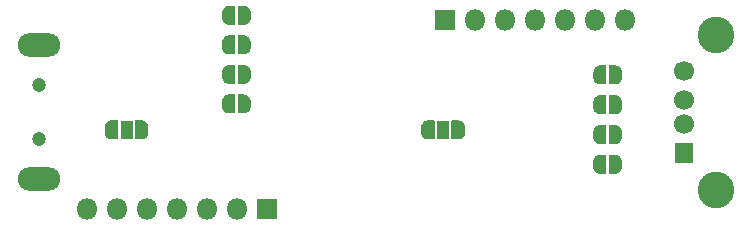
<source format=gbr>
G04 #@! TF.GenerationSoftware,KiCad,Pcbnew,5.1.6-c6e7f7d~87~ubuntu18.04.1*
G04 #@! TF.CreationDate,2021-03-10T21:37:55+06:00*
G04 #@! TF.ProjectId,USG_plus_QFN,5553475f-706c-4757-935f-51464e2e6b69,rev?*
G04 #@! TF.SameCoordinates,Original*
G04 #@! TF.FileFunction,Soldermask,Bot*
G04 #@! TF.FilePolarity,Negative*
%FSLAX46Y46*%
G04 Gerber Fmt 4.6, Leading zero omitted, Abs format (unit mm)*
G04 Created by KiCad (PCBNEW 5.1.6-c6e7f7d~87~ubuntu18.04.1) date 2021-03-10 21:37:55*
%MOMM*%
%LPD*%
G01*
G04 APERTURE LIST*
%ADD10O,3.600000X2.000000*%
%ADD11C,1.200000*%
%ADD12O,1.800000X1.800000*%
%ADD13R,1.800000X1.800000*%
%ADD14C,3.100000*%
%ADD15R,1.600000X1.700000*%
%ADD16C,1.700000*%
%ADD17C,0.100000*%
%ADD18R,1.100000X1.600000*%
G04 APERTURE END LIST*
D10*
X103100000Y-145700000D03*
X103100000Y-134300000D03*
D11*
X103100000Y-142300000D03*
X103100000Y-137700000D03*
D12*
X107160000Y-148200000D03*
X109700000Y-148200000D03*
X112240000Y-148200000D03*
X114780000Y-148200000D03*
X117320000Y-148200000D03*
X119860000Y-148200000D03*
D13*
X122400000Y-148200000D03*
X137500000Y-132200000D03*
D12*
X140040000Y-132200000D03*
X142580000Y-132200000D03*
X145120000Y-132200000D03*
X147660000Y-132200000D03*
X150200000Y-132200000D03*
X152740000Y-132200000D03*
D14*
X160410000Y-146570000D03*
X160410000Y-133430000D03*
D15*
X157700000Y-143500000D03*
D16*
X157700000Y-141000000D03*
X157700000Y-139000000D03*
X157700000Y-136500000D03*
D17*
G36*
X111806111Y-140700602D02*
G01*
X111824534Y-140700602D01*
X111829435Y-140700843D01*
X111878266Y-140705653D01*
X111883119Y-140706373D01*
X111931244Y-140715945D01*
X111936005Y-140717137D01*
X111982960Y-140731381D01*
X111987579Y-140733034D01*
X112032912Y-140751811D01*
X112037349Y-140753909D01*
X112080622Y-140777040D01*
X112084829Y-140779562D01*
X112125628Y-140806822D01*
X112129570Y-140809746D01*
X112167499Y-140840874D01*
X112171134Y-140844169D01*
X112205831Y-140878866D01*
X112209126Y-140882501D01*
X112240254Y-140920430D01*
X112243178Y-140924372D01*
X112270438Y-140965171D01*
X112272960Y-140969378D01*
X112296091Y-141012651D01*
X112298189Y-141017088D01*
X112316966Y-141062421D01*
X112318619Y-141067040D01*
X112332863Y-141113995D01*
X112334055Y-141118756D01*
X112343627Y-141166881D01*
X112344347Y-141171734D01*
X112349157Y-141220565D01*
X112349398Y-141225466D01*
X112349398Y-141243889D01*
X112350000Y-141250000D01*
X112350000Y-141750000D01*
X112349398Y-141756111D01*
X112349398Y-141774534D01*
X112349157Y-141779435D01*
X112344347Y-141828266D01*
X112343627Y-141833119D01*
X112334055Y-141881244D01*
X112332863Y-141886005D01*
X112318619Y-141932960D01*
X112316966Y-141937579D01*
X112298189Y-141982912D01*
X112296091Y-141987349D01*
X112272960Y-142030622D01*
X112270438Y-142034829D01*
X112243178Y-142075628D01*
X112240254Y-142079570D01*
X112209126Y-142117499D01*
X112205831Y-142121134D01*
X112171134Y-142155831D01*
X112167499Y-142159126D01*
X112129570Y-142190254D01*
X112125628Y-142193178D01*
X112084829Y-142220438D01*
X112080622Y-142222960D01*
X112037349Y-142246091D01*
X112032912Y-142248189D01*
X111987579Y-142266966D01*
X111982960Y-142268619D01*
X111936005Y-142282863D01*
X111931244Y-142284055D01*
X111883119Y-142293627D01*
X111878266Y-142294347D01*
X111829435Y-142299157D01*
X111824534Y-142299398D01*
X111806111Y-142299398D01*
X111800000Y-142300000D01*
X111250000Y-142300000D01*
X111240245Y-142299039D01*
X111230866Y-142296194D01*
X111222221Y-142291573D01*
X111214645Y-142285355D01*
X111208427Y-142277779D01*
X111203806Y-142269134D01*
X111200961Y-142259755D01*
X111200000Y-142250000D01*
X111200000Y-140750000D01*
X111200961Y-140740245D01*
X111203806Y-140730866D01*
X111208427Y-140722221D01*
X111214645Y-140714645D01*
X111222221Y-140708427D01*
X111230866Y-140703806D01*
X111240245Y-140700961D01*
X111250000Y-140700000D01*
X111800000Y-140700000D01*
X111806111Y-140700602D01*
G37*
D18*
X110500000Y-141500000D03*
D17*
G36*
X109759755Y-140700961D02*
G01*
X109769134Y-140703806D01*
X109777779Y-140708427D01*
X109785355Y-140714645D01*
X109791573Y-140722221D01*
X109796194Y-140730866D01*
X109799039Y-140740245D01*
X109800000Y-140750000D01*
X109800000Y-142250000D01*
X109799039Y-142259755D01*
X109796194Y-142269134D01*
X109791573Y-142277779D01*
X109785355Y-142285355D01*
X109777779Y-142291573D01*
X109769134Y-142296194D01*
X109759755Y-142299039D01*
X109750000Y-142300000D01*
X109200000Y-142300000D01*
X109193889Y-142299398D01*
X109175466Y-142299398D01*
X109170565Y-142299157D01*
X109121734Y-142294347D01*
X109116881Y-142293627D01*
X109068756Y-142284055D01*
X109063995Y-142282863D01*
X109017040Y-142268619D01*
X109012421Y-142266966D01*
X108967088Y-142248189D01*
X108962651Y-142246091D01*
X108919378Y-142222960D01*
X108915171Y-142220438D01*
X108874372Y-142193178D01*
X108870430Y-142190254D01*
X108832501Y-142159126D01*
X108828866Y-142155831D01*
X108794169Y-142121134D01*
X108790874Y-142117499D01*
X108759746Y-142079570D01*
X108756822Y-142075628D01*
X108729562Y-142034829D01*
X108727040Y-142030622D01*
X108703909Y-141987349D01*
X108701811Y-141982912D01*
X108683034Y-141937579D01*
X108681381Y-141932960D01*
X108667137Y-141886005D01*
X108665945Y-141881244D01*
X108656373Y-141833119D01*
X108655653Y-141828266D01*
X108650843Y-141779435D01*
X108650602Y-141774534D01*
X108650602Y-141756111D01*
X108650000Y-141750000D01*
X108650000Y-141250000D01*
X108650602Y-141243889D01*
X108650602Y-141225466D01*
X108650843Y-141220565D01*
X108655653Y-141171734D01*
X108656373Y-141166881D01*
X108665945Y-141118756D01*
X108667137Y-141113995D01*
X108681381Y-141067040D01*
X108683034Y-141062421D01*
X108701811Y-141017088D01*
X108703909Y-141012651D01*
X108727040Y-140969378D01*
X108729562Y-140965171D01*
X108756822Y-140924372D01*
X108759746Y-140920430D01*
X108790874Y-140882501D01*
X108794169Y-140878866D01*
X108828866Y-140844169D01*
X108832501Y-140840874D01*
X108870430Y-140809746D01*
X108874372Y-140806822D01*
X108915171Y-140779562D01*
X108919378Y-140777040D01*
X108962651Y-140753909D01*
X108967088Y-140751811D01*
X109012421Y-140733034D01*
X109017040Y-140731381D01*
X109063995Y-140717137D01*
X109068756Y-140715945D01*
X109116881Y-140706373D01*
X109121734Y-140705653D01*
X109170565Y-140700843D01*
X109175466Y-140700602D01*
X109193889Y-140700602D01*
X109200000Y-140700000D01*
X109750000Y-140700000D01*
X109759755Y-140700961D01*
G37*
G36*
X119659755Y-131000961D02*
G01*
X119669134Y-131003806D01*
X119677779Y-131008427D01*
X119685355Y-131014645D01*
X119691573Y-131022221D01*
X119696194Y-131030866D01*
X119699039Y-131040245D01*
X119700000Y-131050000D01*
X119700000Y-132550000D01*
X119699039Y-132559755D01*
X119696194Y-132569134D01*
X119691573Y-132577779D01*
X119685355Y-132585355D01*
X119677779Y-132591573D01*
X119669134Y-132596194D01*
X119659755Y-132599039D01*
X119650000Y-132600000D01*
X119150000Y-132600000D01*
X119143889Y-132599398D01*
X119125466Y-132599398D01*
X119120565Y-132599157D01*
X119071734Y-132594347D01*
X119066881Y-132593627D01*
X119018756Y-132584055D01*
X119013995Y-132582863D01*
X118967040Y-132568619D01*
X118962421Y-132566966D01*
X118917088Y-132548189D01*
X118912651Y-132546091D01*
X118869378Y-132522960D01*
X118865171Y-132520438D01*
X118824372Y-132493178D01*
X118820430Y-132490254D01*
X118782501Y-132459126D01*
X118778866Y-132455831D01*
X118744169Y-132421134D01*
X118740874Y-132417499D01*
X118709746Y-132379570D01*
X118706822Y-132375628D01*
X118679562Y-132334829D01*
X118677040Y-132330622D01*
X118653909Y-132287349D01*
X118651811Y-132282912D01*
X118633034Y-132237579D01*
X118631381Y-132232960D01*
X118617137Y-132186005D01*
X118615945Y-132181244D01*
X118606373Y-132133119D01*
X118605653Y-132128266D01*
X118600843Y-132079435D01*
X118600602Y-132074534D01*
X118600602Y-132056111D01*
X118600000Y-132050000D01*
X118600000Y-131550000D01*
X118600602Y-131543889D01*
X118600602Y-131525466D01*
X118600843Y-131520565D01*
X118605653Y-131471734D01*
X118606373Y-131466881D01*
X118615945Y-131418756D01*
X118617137Y-131413995D01*
X118631381Y-131367040D01*
X118633034Y-131362421D01*
X118651811Y-131317088D01*
X118653909Y-131312651D01*
X118677040Y-131269378D01*
X118679562Y-131265171D01*
X118706822Y-131224372D01*
X118709746Y-131220430D01*
X118740874Y-131182501D01*
X118744169Y-131178866D01*
X118778866Y-131144169D01*
X118782501Y-131140874D01*
X118820430Y-131109746D01*
X118824372Y-131106822D01*
X118865171Y-131079562D01*
X118869378Y-131077040D01*
X118912651Y-131053909D01*
X118917088Y-131051811D01*
X118962421Y-131033034D01*
X118967040Y-131031381D01*
X119013995Y-131017137D01*
X119018756Y-131015945D01*
X119066881Y-131006373D01*
X119071734Y-131005653D01*
X119120565Y-131000843D01*
X119125466Y-131000602D01*
X119143889Y-131000602D01*
X119150000Y-131000000D01*
X119650000Y-131000000D01*
X119659755Y-131000961D01*
G37*
G36*
X120456111Y-131000602D02*
G01*
X120474534Y-131000602D01*
X120479435Y-131000843D01*
X120528266Y-131005653D01*
X120533119Y-131006373D01*
X120581244Y-131015945D01*
X120586005Y-131017137D01*
X120632960Y-131031381D01*
X120637579Y-131033034D01*
X120682912Y-131051811D01*
X120687349Y-131053909D01*
X120730622Y-131077040D01*
X120734829Y-131079562D01*
X120775628Y-131106822D01*
X120779570Y-131109746D01*
X120817499Y-131140874D01*
X120821134Y-131144169D01*
X120855831Y-131178866D01*
X120859126Y-131182501D01*
X120890254Y-131220430D01*
X120893178Y-131224372D01*
X120920438Y-131265171D01*
X120922960Y-131269378D01*
X120946091Y-131312651D01*
X120948189Y-131317088D01*
X120966966Y-131362421D01*
X120968619Y-131367040D01*
X120982863Y-131413995D01*
X120984055Y-131418756D01*
X120993627Y-131466881D01*
X120994347Y-131471734D01*
X120999157Y-131520565D01*
X120999398Y-131525466D01*
X120999398Y-131543889D01*
X121000000Y-131550000D01*
X121000000Y-132050000D01*
X120999398Y-132056111D01*
X120999398Y-132074534D01*
X120999157Y-132079435D01*
X120994347Y-132128266D01*
X120993627Y-132133119D01*
X120984055Y-132181244D01*
X120982863Y-132186005D01*
X120968619Y-132232960D01*
X120966966Y-132237579D01*
X120948189Y-132282912D01*
X120946091Y-132287349D01*
X120922960Y-132330622D01*
X120920438Y-132334829D01*
X120893178Y-132375628D01*
X120890254Y-132379570D01*
X120859126Y-132417499D01*
X120855831Y-132421134D01*
X120821134Y-132455831D01*
X120817499Y-132459126D01*
X120779570Y-132490254D01*
X120775628Y-132493178D01*
X120734829Y-132520438D01*
X120730622Y-132522960D01*
X120687349Y-132546091D01*
X120682912Y-132548189D01*
X120637579Y-132566966D01*
X120632960Y-132568619D01*
X120586005Y-132582863D01*
X120581244Y-132584055D01*
X120533119Y-132593627D01*
X120528266Y-132594347D01*
X120479435Y-132599157D01*
X120474534Y-132599398D01*
X120456111Y-132599398D01*
X120450000Y-132600000D01*
X119950000Y-132600000D01*
X119940245Y-132599039D01*
X119930866Y-132596194D01*
X119922221Y-132591573D01*
X119914645Y-132585355D01*
X119908427Y-132577779D01*
X119903806Y-132569134D01*
X119900961Y-132559755D01*
X119900000Y-132550000D01*
X119900000Y-131050000D01*
X119900961Y-131040245D01*
X119903806Y-131030866D01*
X119908427Y-131022221D01*
X119914645Y-131014645D01*
X119922221Y-131008427D01*
X119930866Y-131003806D01*
X119940245Y-131000961D01*
X119950000Y-131000000D01*
X120450000Y-131000000D01*
X120456111Y-131000602D01*
G37*
G36*
X120456111Y-133500602D02*
G01*
X120474534Y-133500602D01*
X120479435Y-133500843D01*
X120528266Y-133505653D01*
X120533119Y-133506373D01*
X120581244Y-133515945D01*
X120586005Y-133517137D01*
X120632960Y-133531381D01*
X120637579Y-133533034D01*
X120682912Y-133551811D01*
X120687349Y-133553909D01*
X120730622Y-133577040D01*
X120734829Y-133579562D01*
X120775628Y-133606822D01*
X120779570Y-133609746D01*
X120817499Y-133640874D01*
X120821134Y-133644169D01*
X120855831Y-133678866D01*
X120859126Y-133682501D01*
X120890254Y-133720430D01*
X120893178Y-133724372D01*
X120920438Y-133765171D01*
X120922960Y-133769378D01*
X120946091Y-133812651D01*
X120948189Y-133817088D01*
X120966966Y-133862421D01*
X120968619Y-133867040D01*
X120982863Y-133913995D01*
X120984055Y-133918756D01*
X120993627Y-133966881D01*
X120994347Y-133971734D01*
X120999157Y-134020565D01*
X120999398Y-134025466D01*
X120999398Y-134043889D01*
X121000000Y-134050000D01*
X121000000Y-134550000D01*
X120999398Y-134556111D01*
X120999398Y-134574534D01*
X120999157Y-134579435D01*
X120994347Y-134628266D01*
X120993627Y-134633119D01*
X120984055Y-134681244D01*
X120982863Y-134686005D01*
X120968619Y-134732960D01*
X120966966Y-134737579D01*
X120948189Y-134782912D01*
X120946091Y-134787349D01*
X120922960Y-134830622D01*
X120920438Y-134834829D01*
X120893178Y-134875628D01*
X120890254Y-134879570D01*
X120859126Y-134917499D01*
X120855831Y-134921134D01*
X120821134Y-134955831D01*
X120817499Y-134959126D01*
X120779570Y-134990254D01*
X120775628Y-134993178D01*
X120734829Y-135020438D01*
X120730622Y-135022960D01*
X120687349Y-135046091D01*
X120682912Y-135048189D01*
X120637579Y-135066966D01*
X120632960Y-135068619D01*
X120586005Y-135082863D01*
X120581244Y-135084055D01*
X120533119Y-135093627D01*
X120528266Y-135094347D01*
X120479435Y-135099157D01*
X120474534Y-135099398D01*
X120456111Y-135099398D01*
X120450000Y-135100000D01*
X119950000Y-135100000D01*
X119940245Y-135099039D01*
X119930866Y-135096194D01*
X119922221Y-135091573D01*
X119914645Y-135085355D01*
X119908427Y-135077779D01*
X119903806Y-135069134D01*
X119900961Y-135059755D01*
X119900000Y-135050000D01*
X119900000Y-133550000D01*
X119900961Y-133540245D01*
X119903806Y-133530866D01*
X119908427Y-133522221D01*
X119914645Y-133514645D01*
X119922221Y-133508427D01*
X119930866Y-133503806D01*
X119940245Y-133500961D01*
X119950000Y-133500000D01*
X120450000Y-133500000D01*
X120456111Y-133500602D01*
G37*
G36*
X119659755Y-133500961D02*
G01*
X119669134Y-133503806D01*
X119677779Y-133508427D01*
X119685355Y-133514645D01*
X119691573Y-133522221D01*
X119696194Y-133530866D01*
X119699039Y-133540245D01*
X119700000Y-133550000D01*
X119700000Y-135050000D01*
X119699039Y-135059755D01*
X119696194Y-135069134D01*
X119691573Y-135077779D01*
X119685355Y-135085355D01*
X119677779Y-135091573D01*
X119669134Y-135096194D01*
X119659755Y-135099039D01*
X119650000Y-135100000D01*
X119150000Y-135100000D01*
X119143889Y-135099398D01*
X119125466Y-135099398D01*
X119120565Y-135099157D01*
X119071734Y-135094347D01*
X119066881Y-135093627D01*
X119018756Y-135084055D01*
X119013995Y-135082863D01*
X118967040Y-135068619D01*
X118962421Y-135066966D01*
X118917088Y-135048189D01*
X118912651Y-135046091D01*
X118869378Y-135022960D01*
X118865171Y-135020438D01*
X118824372Y-134993178D01*
X118820430Y-134990254D01*
X118782501Y-134959126D01*
X118778866Y-134955831D01*
X118744169Y-134921134D01*
X118740874Y-134917499D01*
X118709746Y-134879570D01*
X118706822Y-134875628D01*
X118679562Y-134834829D01*
X118677040Y-134830622D01*
X118653909Y-134787349D01*
X118651811Y-134782912D01*
X118633034Y-134737579D01*
X118631381Y-134732960D01*
X118617137Y-134686005D01*
X118615945Y-134681244D01*
X118606373Y-134633119D01*
X118605653Y-134628266D01*
X118600843Y-134579435D01*
X118600602Y-134574534D01*
X118600602Y-134556111D01*
X118600000Y-134550000D01*
X118600000Y-134050000D01*
X118600602Y-134043889D01*
X118600602Y-134025466D01*
X118600843Y-134020565D01*
X118605653Y-133971734D01*
X118606373Y-133966881D01*
X118615945Y-133918756D01*
X118617137Y-133913995D01*
X118631381Y-133867040D01*
X118633034Y-133862421D01*
X118651811Y-133817088D01*
X118653909Y-133812651D01*
X118677040Y-133769378D01*
X118679562Y-133765171D01*
X118706822Y-133724372D01*
X118709746Y-133720430D01*
X118740874Y-133682501D01*
X118744169Y-133678866D01*
X118778866Y-133644169D01*
X118782501Y-133640874D01*
X118820430Y-133609746D01*
X118824372Y-133606822D01*
X118865171Y-133579562D01*
X118869378Y-133577040D01*
X118912651Y-133553909D01*
X118917088Y-133551811D01*
X118962421Y-133533034D01*
X118967040Y-133531381D01*
X119013995Y-133517137D01*
X119018756Y-133515945D01*
X119066881Y-133506373D01*
X119071734Y-133505653D01*
X119120565Y-133500843D01*
X119125466Y-133500602D01*
X119143889Y-133500602D01*
X119150000Y-133500000D01*
X119650000Y-133500000D01*
X119659755Y-133500961D01*
G37*
G36*
X120456111Y-136000602D02*
G01*
X120474534Y-136000602D01*
X120479435Y-136000843D01*
X120528266Y-136005653D01*
X120533119Y-136006373D01*
X120581244Y-136015945D01*
X120586005Y-136017137D01*
X120632960Y-136031381D01*
X120637579Y-136033034D01*
X120682912Y-136051811D01*
X120687349Y-136053909D01*
X120730622Y-136077040D01*
X120734829Y-136079562D01*
X120775628Y-136106822D01*
X120779570Y-136109746D01*
X120817499Y-136140874D01*
X120821134Y-136144169D01*
X120855831Y-136178866D01*
X120859126Y-136182501D01*
X120890254Y-136220430D01*
X120893178Y-136224372D01*
X120920438Y-136265171D01*
X120922960Y-136269378D01*
X120946091Y-136312651D01*
X120948189Y-136317088D01*
X120966966Y-136362421D01*
X120968619Y-136367040D01*
X120982863Y-136413995D01*
X120984055Y-136418756D01*
X120993627Y-136466881D01*
X120994347Y-136471734D01*
X120999157Y-136520565D01*
X120999398Y-136525466D01*
X120999398Y-136543889D01*
X121000000Y-136550000D01*
X121000000Y-137050000D01*
X120999398Y-137056111D01*
X120999398Y-137074534D01*
X120999157Y-137079435D01*
X120994347Y-137128266D01*
X120993627Y-137133119D01*
X120984055Y-137181244D01*
X120982863Y-137186005D01*
X120968619Y-137232960D01*
X120966966Y-137237579D01*
X120948189Y-137282912D01*
X120946091Y-137287349D01*
X120922960Y-137330622D01*
X120920438Y-137334829D01*
X120893178Y-137375628D01*
X120890254Y-137379570D01*
X120859126Y-137417499D01*
X120855831Y-137421134D01*
X120821134Y-137455831D01*
X120817499Y-137459126D01*
X120779570Y-137490254D01*
X120775628Y-137493178D01*
X120734829Y-137520438D01*
X120730622Y-137522960D01*
X120687349Y-137546091D01*
X120682912Y-137548189D01*
X120637579Y-137566966D01*
X120632960Y-137568619D01*
X120586005Y-137582863D01*
X120581244Y-137584055D01*
X120533119Y-137593627D01*
X120528266Y-137594347D01*
X120479435Y-137599157D01*
X120474534Y-137599398D01*
X120456111Y-137599398D01*
X120450000Y-137600000D01*
X119950000Y-137600000D01*
X119940245Y-137599039D01*
X119930866Y-137596194D01*
X119922221Y-137591573D01*
X119914645Y-137585355D01*
X119908427Y-137577779D01*
X119903806Y-137569134D01*
X119900961Y-137559755D01*
X119900000Y-137550000D01*
X119900000Y-136050000D01*
X119900961Y-136040245D01*
X119903806Y-136030866D01*
X119908427Y-136022221D01*
X119914645Y-136014645D01*
X119922221Y-136008427D01*
X119930866Y-136003806D01*
X119940245Y-136000961D01*
X119950000Y-136000000D01*
X120450000Y-136000000D01*
X120456111Y-136000602D01*
G37*
G36*
X119659755Y-136000961D02*
G01*
X119669134Y-136003806D01*
X119677779Y-136008427D01*
X119685355Y-136014645D01*
X119691573Y-136022221D01*
X119696194Y-136030866D01*
X119699039Y-136040245D01*
X119700000Y-136050000D01*
X119700000Y-137550000D01*
X119699039Y-137559755D01*
X119696194Y-137569134D01*
X119691573Y-137577779D01*
X119685355Y-137585355D01*
X119677779Y-137591573D01*
X119669134Y-137596194D01*
X119659755Y-137599039D01*
X119650000Y-137600000D01*
X119150000Y-137600000D01*
X119143889Y-137599398D01*
X119125466Y-137599398D01*
X119120565Y-137599157D01*
X119071734Y-137594347D01*
X119066881Y-137593627D01*
X119018756Y-137584055D01*
X119013995Y-137582863D01*
X118967040Y-137568619D01*
X118962421Y-137566966D01*
X118917088Y-137548189D01*
X118912651Y-137546091D01*
X118869378Y-137522960D01*
X118865171Y-137520438D01*
X118824372Y-137493178D01*
X118820430Y-137490254D01*
X118782501Y-137459126D01*
X118778866Y-137455831D01*
X118744169Y-137421134D01*
X118740874Y-137417499D01*
X118709746Y-137379570D01*
X118706822Y-137375628D01*
X118679562Y-137334829D01*
X118677040Y-137330622D01*
X118653909Y-137287349D01*
X118651811Y-137282912D01*
X118633034Y-137237579D01*
X118631381Y-137232960D01*
X118617137Y-137186005D01*
X118615945Y-137181244D01*
X118606373Y-137133119D01*
X118605653Y-137128266D01*
X118600843Y-137079435D01*
X118600602Y-137074534D01*
X118600602Y-137056111D01*
X118600000Y-137050000D01*
X118600000Y-136550000D01*
X118600602Y-136543889D01*
X118600602Y-136525466D01*
X118600843Y-136520565D01*
X118605653Y-136471734D01*
X118606373Y-136466881D01*
X118615945Y-136418756D01*
X118617137Y-136413995D01*
X118631381Y-136367040D01*
X118633034Y-136362421D01*
X118651811Y-136317088D01*
X118653909Y-136312651D01*
X118677040Y-136269378D01*
X118679562Y-136265171D01*
X118706822Y-136224372D01*
X118709746Y-136220430D01*
X118740874Y-136182501D01*
X118744169Y-136178866D01*
X118778866Y-136144169D01*
X118782501Y-136140874D01*
X118820430Y-136109746D01*
X118824372Y-136106822D01*
X118865171Y-136079562D01*
X118869378Y-136077040D01*
X118912651Y-136053909D01*
X118917088Y-136051811D01*
X118962421Y-136033034D01*
X118967040Y-136031381D01*
X119013995Y-136017137D01*
X119018756Y-136015945D01*
X119066881Y-136006373D01*
X119071734Y-136005653D01*
X119120565Y-136000843D01*
X119125466Y-136000602D01*
X119143889Y-136000602D01*
X119150000Y-136000000D01*
X119650000Y-136000000D01*
X119659755Y-136000961D01*
G37*
G36*
X119659755Y-138500961D02*
G01*
X119669134Y-138503806D01*
X119677779Y-138508427D01*
X119685355Y-138514645D01*
X119691573Y-138522221D01*
X119696194Y-138530866D01*
X119699039Y-138540245D01*
X119700000Y-138550000D01*
X119700000Y-140050000D01*
X119699039Y-140059755D01*
X119696194Y-140069134D01*
X119691573Y-140077779D01*
X119685355Y-140085355D01*
X119677779Y-140091573D01*
X119669134Y-140096194D01*
X119659755Y-140099039D01*
X119650000Y-140100000D01*
X119150000Y-140100000D01*
X119143889Y-140099398D01*
X119125466Y-140099398D01*
X119120565Y-140099157D01*
X119071734Y-140094347D01*
X119066881Y-140093627D01*
X119018756Y-140084055D01*
X119013995Y-140082863D01*
X118967040Y-140068619D01*
X118962421Y-140066966D01*
X118917088Y-140048189D01*
X118912651Y-140046091D01*
X118869378Y-140022960D01*
X118865171Y-140020438D01*
X118824372Y-139993178D01*
X118820430Y-139990254D01*
X118782501Y-139959126D01*
X118778866Y-139955831D01*
X118744169Y-139921134D01*
X118740874Y-139917499D01*
X118709746Y-139879570D01*
X118706822Y-139875628D01*
X118679562Y-139834829D01*
X118677040Y-139830622D01*
X118653909Y-139787349D01*
X118651811Y-139782912D01*
X118633034Y-139737579D01*
X118631381Y-139732960D01*
X118617137Y-139686005D01*
X118615945Y-139681244D01*
X118606373Y-139633119D01*
X118605653Y-139628266D01*
X118600843Y-139579435D01*
X118600602Y-139574534D01*
X118600602Y-139556111D01*
X118600000Y-139550000D01*
X118600000Y-139050000D01*
X118600602Y-139043889D01*
X118600602Y-139025466D01*
X118600843Y-139020565D01*
X118605653Y-138971734D01*
X118606373Y-138966881D01*
X118615945Y-138918756D01*
X118617137Y-138913995D01*
X118631381Y-138867040D01*
X118633034Y-138862421D01*
X118651811Y-138817088D01*
X118653909Y-138812651D01*
X118677040Y-138769378D01*
X118679562Y-138765171D01*
X118706822Y-138724372D01*
X118709746Y-138720430D01*
X118740874Y-138682501D01*
X118744169Y-138678866D01*
X118778866Y-138644169D01*
X118782501Y-138640874D01*
X118820430Y-138609746D01*
X118824372Y-138606822D01*
X118865171Y-138579562D01*
X118869378Y-138577040D01*
X118912651Y-138553909D01*
X118917088Y-138551811D01*
X118962421Y-138533034D01*
X118967040Y-138531381D01*
X119013995Y-138517137D01*
X119018756Y-138515945D01*
X119066881Y-138506373D01*
X119071734Y-138505653D01*
X119120565Y-138500843D01*
X119125466Y-138500602D01*
X119143889Y-138500602D01*
X119150000Y-138500000D01*
X119650000Y-138500000D01*
X119659755Y-138500961D01*
G37*
G36*
X120456111Y-138500602D02*
G01*
X120474534Y-138500602D01*
X120479435Y-138500843D01*
X120528266Y-138505653D01*
X120533119Y-138506373D01*
X120581244Y-138515945D01*
X120586005Y-138517137D01*
X120632960Y-138531381D01*
X120637579Y-138533034D01*
X120682912Y-138551811D01*
X120687349Y-138553909D01*
X120730622Y-138577040D01*
X120734829Y-138579562D01*
X120775628Y-138606822D01*
X120779570Y-138609746D01*
X120817499Y-138640874D01*
X120821134Y-138644169D01*
X120855831Y-138678866D01*
X120859126Y-138682501D01*
X120890254Y-138720430D01*
X120893178Y-138724372D01*
X120920438Y-138765171D01*
X120922960Y-138769378D01*
X120946091Y-138812651D01*
X120948189Y-138817088D01*
X120966966Y-138862421D01*
X120968619Y-138867040D01*
X120982863Y-138913995D01*
X120984055Y-138918756D01*
X120993627Y-138966881D01*
X120994347Y-138971734D01*
X120999157Y-139020565D01*
X120999398Y-139025466D01*
X120999398Y-139043889D01*
X121000000Y-139050000D01*
X121000000Y-139550000D01*
X120999398Y-139556111D01*
X120999398Y-139574534D01*
X120999157Y-139579435D01*
X120994347Y-139628266D01*
X120993627Y-139633119D01*
X120984055Y-139681244D01*
X120982863Y-139686005D01*
X120968619Y-139732960D01*
X120966966Y-139737579D01*
X120948189Y-139782912D01*
X120946091Y-139787349D01*
X120922960Y-139830622D01*
X120920438Y-139834829D01*
X120893178Y-139875628D01*
X120890254Y-139879570D01*
X120859126Y-139917499D01*
X120855831Y-139921134D01*
X120821134Y-139955831D01*
X120817499Y-139959126D01*
X120779570Y-139990254D01*
X120775628Y-139993178D01*
X120734829Y-140020438D01*
X120730622Y-140022960D01*
X120687349Y-140046091D01*
X120682912Y-140048189D01*
X120637579Y-140066966D01*
X120632960Y-140068619D01*
X120586005Y-140082863D01*
X120581244Y-140084055D01*
X120533119Y-140093627D01*
X120528266Y-140094347D01*
X120479435Y-140099157D01*
X120474534Y-140099398D01*
X120456111Y-140099398D01*
X120450000Y-140100000D01*
X119950000Y-140100000D01*
X119940245Y-140099039D01*
X119930866Y-140096194D01*
X119922221Y-140091573D01*
X119914645Y-140085355D01*
X119908427Y-140077779D01*
X119903806Y-140069134D01*
X119900961Y-140059755D01*
X119900000Y-140050000D01*
X119900000Y-138550000D01*
X119900961Y-138540245D01*
X119903806Y-138530866D01*
X119908427Y-138522221D01*
X119914645Y-138514645D01*
X119922221Y-138508427D01*
X119930866Y-138503806D01*
X119940245Y-138500961D01*
X119950000Y-138500000D01*
X120450000Y-138500000D01*
X120456111Y-138500602D01*
G37*
G36*
X138040245Y-142299039D02*
G01*
X138030866Y-142296194D01*
X138022221Y-142291573D01*
X138014645Y-142285355D01*
X138008427Y-142277779D01*
X138003806Y-142269134D01*
X138000961Y-142259755D01*
X138000000Y-142250000D01*
X138000000Y-140750000D01*
X138000961Y-140740245D01*
X138003806Y-140730866D01*
X138008427Y-140722221D01*
X138014645Y-140714645D01*
X138022221Y-140708427D01*
X138030866Y-140703806D01*
X138040245Y-140700961D01*
X138050000Y-140700000D01*
X138600000Y-140700000D01*
X138606111Y-140700602D01*
X138624534Y-140700602D01*
X138629435Y-140700843D01*
X138678266Y-140705653D01*
X138683119Y-140706373D01*
X138731244Y-140715945D01*
X138736005Y-140717137D01*
X138782960Y-140731381D01*
X138787579Y-140733034D01*
X138832912Y-140751811D01*
X138837349Y-140753909D01*
X138880622Y-140777040D01*
X138884829Y-140779562D01*
X138925628Y-140806822D01*
X138929570Y-140809746D01*
X138967499Y-140840874D01*
X138971134Y-140844169D01*
X139005831Y-140878866D01*
X139009126Y-140882501D01*
X139040254Y-140920430D01*
X139043178Y-140924372D01*
X139070438Y-140965171D01*
X139072960Y-140969378D01*
X139096091Y-141012651D01*
X139098189Y-141017088D01*
X139116966Y-141062421D01*
X139118619Y-141067040D01*
X139132863Y-141113995D01*
X139134055Y-141118756D01*
X139143627Y-141166881D01*
X139144347Y-141171734D01*
X139149157Y-141220565D01*
X139149398Y-141225466D01*
X139149398Y-141243889D01*
X139150000Y-141250000D01*
X139150000Y-141750000D01*
X139149398Y-141756111D01*
X139149398Y-141774534D01*
X139149157Y-141779435D01*
X139144347Y-141828266D01*
X139143627Y-141833119D01*
X139134055Y-141881244D01*
X139132863Y-141886005D01*
X139118619Y-141932960D01*
X139116966Y-141937579D01*
X139098189Y-141982912D01*
X139096091Y-141987349D01*
X139072960Y-142030622D01*
X139070438Y-142034829D01*
X139043178Y-142075628D01*
X139040254Y-142079570D01*
X139009126Y-142117499D01*
X139005831Y-142121134D01*
X138971134Y-142155831D01*
X138967499Y-142159126D01*
X138929570Y-142190254D01*
X138925628Y-142193178D01*
X138884829Y-142220438D01*
X138880622Y-142222960D01*
X138837349Y-142246091D01*
X138832912Y-142248189D01*
X138787579Y-142266966D01*
X138782960Y-142268619D01*
X138736005Y-142282863D01*
X138731244Y-142284055D01*
X138683119Y-142293627D01*
X138678266Y-142294347D01*
X138629435Y-142299157D01*
X138624534Y-142299398D01*
X138606111Y-142299398D01*
X138600000Y-142300000D01*
X138050000Y-142300000D01*
X138040245Y-142299039D01*
G37*
D18*
X137300000Y-141500000D03*
D17*
G36*
X135993889Y-142299398D02*
G01*
X135975466Y-142299398D01*
X135970565Y-142299157D01*
X135921734Y-142294347D01*
X135916881Y-142293627D01*
X135868756Y-142284055D01*
X135863995Y-142282863D01*
X135817040Y-142268619D01*
X135812421Y-142266966D01*
X135767088Y-142248189D01*
X135762651Y-142246091D01*
X135719378Y-142222960D01*
X135715171Y-142220438D01*
X135674372Y-142193178D01*
X135670430Y-142190254D01*
X135632501Y-142159126D01*
X135628866Y-142155831D01*
X135594169Y-142121134D01*
X135590874Y-142117499D01*
X135559746Y-142079570D01*
X135556822Y-142075628D01*
X135529562Y-142034829D01*
X135527040Y-142030622D01*
X135503909Y-141987349D01*
X135501811Y-141982912D01*
X135483034Y-141937579D01*
X135481381Y-141932960D01*
X135467137Y-141886005D01*
X135465945Y-141881244D01*
X135456373Y-141833119D01*
X135455653Y-141828266D01*
X135450843Y-141779435D01*
X135450602Y-141774534D01*
X135450602Y-141756111D01*
X135450000Y-141750000D01*
X135450000Y-141250000D01*
X135450602Y-141243889D01*
X135450602Y-141225466D01*
X135450843Y-141220565D01*
X135455653Y-141171734D01*
X135456373Y-141166881D01*
X135465945Y-141118756D01*
X135467137Y-141113995D01*
X135481381Y-141067040D01*
X135483034Y-141062421D01*
X135501811Y-141017088D01*
X135503909Y-141012651D01*
X135527040Y-140969378D01*
X135529562Y-140965171D01*
X135556822Y-140924372D01*
X135559746Y-140920430D01*
X135590874Y-140882501D01*
X135594169Y-140878866D01*
X135628866Y-140844169D01*
X135632501Y-140840874D01*
X135670430Y-140809746D01*
X135674372Y-140806822D01*
X135715171Y-140779562D01*
X135719378Y-140777040D01*
X135762651Y-140753909D01*
X135767088Y-140751811D01*
X135812421Y-140733034D01*
X135817040Y-140731381D01*
X135863995Y-140717137D01*
X135868756Y-140715945D01*
X135916881Y-140706373D01*
X135921734Y-140705653D01*
X135970565Y-140700843D01*
X135975466Y-140700602D01*
X135993889Y-140700602D01*
X136000000Y-140700000D01*
X136550000Y-140700000D01*
X136559755Y-140700961D01*
X136569134Y-140703806D01*
X136577779Y-140708427D01*
X136585355Y-140714645D01*
X136591573Y-140722221D01*
X136596194Y-140730866D01*
X136599039Y-140740245D01*
X136600000Y-140750000D01*
X136600000Y-142250000D01*
X136599039Y-142259755D01*
X136596194Y-142269134D01*
X136591573Y-142277779D01*
X136585355Y-142285355D01*
X136577779Y-142291573D01*
X136569134Y-142296194D01*
X136559755Y-142299039D01*
X136550000Y-142300000D01*
X136000000Y-142300000D01*
X135993889Y-142299398D01*
G37*
G36*
X150573889Y-137639398D02*
G01*
X150555466Y-137639398D01*
X150550565Y-137639157D01*
X150501734Y-137634347D01*
X150496881Y-137633627D01*
X150448756Y-137624055D01*
X150443995Y-137622863D01*
X150397040Y-137608619D01*
X150392421Y-137606966D01*
X150347088Y-137588189D01*
X150342651Y-137586091D01*
X150299378Y-137562960D01*
X150295171Y-137560438D01*
X150254372Y-137533178D01*
X150250430Y-137530254D01*
X150212501Y-137499126D01*
X150208866Y-137495831D01*
X150174169Y-137461134D01*
X150170874Y-137457499D01*
X150139746Y-137419570D01*
X150136822Y-137415628D01*
X150109562Y-137374829D01*
X150107040Y-137370622D01*
X150083909Y-137327349D01*
X150081811Y-137322912D01*
X150063034Y-137277579D01*
X150061381Y-137272960D01*
X150047137Y-137226005D01*
X150045945Y-137221244D01*
X150036373Y-137173119D01*
X150035653Y-137168266D01*
X150030843Y-137119435D01*
X150030602Y-137114534D01*
X150030602Y-137096111D01*
X150030000Y-137090000D01*
X150030000Y-136590000D01*
X150030602Y-136583889D01*
X150030602Y-136565466D01*
X150030843Y-136560565D01*
X150035653Y-136511734D01*
X150036373Y-136506881D01*
X150045945Y-136458756D01*
X150047137Y-136453995D01*
X150061381Y-136407040D01*
X150063034Y-136402421D01*
X150081811Y-136357088D01*
X150083909Y-136352651D01*
X150107040Y-136309378D01*
X150109562Y-136305171D01*
X150136822Y-136264372D01*
X150139746Y-136260430D01*
X150170874Y-136222501D01*
X150174169Y-136218866D01*
X150208866Y-136184169D01*
X150212501Y-136180874D01*
X150250430Y-136149746D01*
X150254372Y-136146822D01*
X150295171Y-136119562D01*
X150299378Y-136117040D01*
X150342651Y-136093909D01*
X150347088Y-136091811D01*
X150392421Y-136073034D01*
X150397040Y-136071381D01*
X150443995Y-136057137D01*
X150448756Y-136055945D01*
X150496881Y-136046373D01*
X150501734Y-136045653D01*
X150550565Y-136040843D01*
X150555466Y-136040602D01*
X150573889Y-136040602D01*
X150580000Y-136040000D01*
X151080000Y-136040000D01*
X151089755Y-136040961D01*
X151099134Y-136043806D01*
X151107779Y-136048427D01*
X151115355Y-136054645D01*
X151121573Y-136062221D01*
X151126194Y-136070866D01*
X151129039Y-136080245D01*
X151130000Y-136090000D01*
X151130000Y-137590000D01*
X151129039Y-137599755D01*
X151126194Y-137609134D01*
X151121573Y-137617779D01*
X151115355Y-137625355D01*
X151107779Y-137631573D01*
X151099134Y-137636194D01*
X151089755Y-137639039D01*
X151080000Y-137640000D01*
X150580000Y-137640000D01*
X150573889Y-137639398D01*
G37*
G36*
X151370245Y-137639039D02*
G01*
X151360866Y-137636194D01*
X151352221Y-137631573D01*
X151344645Y-137625355D01*
X151338427Y-137617779D01*
X151333806Y-137609134D01*
X151330961Y-137599755D01*
X151330000Y-137590000D01*
X151330000Y-136090000D01*
X151330961Y-136080245D01*
X151333806Y-136070866D01*
X151338427Y-136062221D01*
X151344645Y-136054645D01*
X151352221Y-136048427D01*
X151360866Y-136043806D01*
X151370245Y-136040961D01*
X151380000Y-136040000D01*
X151880000Y-136040000D01*
X151886111Y-136040602D01*
X151904534Y-136040602D01*
X151909435Y-136040843D01*
X151958266Y-136045653D01*
X151963119Y-136046373D01*
X152011244Y-136055945D01*
X152016005Y-136057137D01*
X152062960Y-136071381D01*
X152067579Y-136073034D01*
X152112912Y-136091811D01*
X152117349Y-136093909D01*
X152160622Y-136117040D01*
X152164829Y-136119562D01*
X152205628Y-136146822D01*
X152209570Y-136149746D01*
X152247499Y-136180874D01*
X152251134Y-136184169D01*
X152285831Y-136218866D01*
X152289126Y-136222501D01*
X152320254Y-136260430D01*
X152323178Y-136264372D01*
X152350438Y-136305171D01*
X152352960Y-136309378D01*
X152376091Y-136352651D01*
X152378189Y-136357088D01*
X152396966Y-136402421D01*
X152398619Y-136407040D01*
X152412863Y-136453995D01*
X152414055Y-136458756D01*
X152423627Y-136506881D01*
X152424347Y-136511734D01*
X152429157Y-136560565D01*
X152429398Y-136565466D01*
X152429398Y-136583889D01*
X152430000Y-136590000D01*
X152430000Y-137090000D01*
X152429398Y-137096111D01*
X152429398Y-137114534D01*
X152429157Y-137119435D01*
X152424347Y-137168266D01*
X152423627Y-137173119D01*
X152414055Y-137221244D01*
X152412863Y-137226005D01*
X152398619Y-137272960D01*
X152396966Y-137277579D01*
X152378189Y-137322912D01*
X152376091Y-137327349D01*
X152352960Y-137370622D01*
X152350438Y-137374829D01*
X152323178Y-137415628D01*
X152320254Y-137419570D01*
X152289126Y-137457499D01*
X152285831Y-137461134D01*
X152251134Y-137495831D01*
X152247499Y-137499126D01*
X152209570Y-137530254D01*
X152205628Y-137533178D01*
X152164829Y-137560438D01*
X152160622Y-137562960D01*
X152117349Y-137586091D01*
X152112912Y-137588189D01*
X152067579Y-137606966D01*
X152062960Y-137608619D01*
X152016005Y-137622863D01*
X152011244Y-137624055D01*
X151963119Y-137633627D01*
X151958266Y-137634347D01*
X151909435Y-137639157D01*
X151904534Y-137639398D01*
X151886111Y-137639398D01*
X151880000Y-137640000D01*
X151380000Y-137640000D01*
X151370245Y-137639039D01*
G37*
G36*
X151370245Y-140169039D02*
G01*
X151360866Y-140166194D01*
X151352221Y-140161573D01*
X151344645Y-140155355D01*
X151338427Y-140147779D01*
X151333806Y-140139134D01*
X151330961Y-140129755D01*
X151330000Y-140120000D01*
X151330000Y-138620000D01*
X151330961Y-138610245D01*
X151333806Y-138600866D01*
X151338427Y-138592221D01*
X151344645Y-138584645D01*
X151352221Y-138578427D01*
X151360866Y-138573806D01*
X151370245Y-138570961D01*
X151380000Y-138570000D01*
X151880000Y-138570000D01*
X151886111Y-138570602D01*
X151904534Y-138570602D01*
X151909435Y-138570843D01*
X151958266Y-138575653D01*
X151963119Y-138576373D01*
X152011244Y-138585945D01*
X152016005Y-138587137D01*
X152062960Y-138601381D01*
X152067579Y-138603034D01*
X152112912Y-138621811D01*
X152117349Y-138623909D01*
X152160622Y-138647040D01*
X152164829Y-138649562D01*
X152205628Y-138676822D01*
X152209570Y-138679746D01*
X152247499Y-138710874D01*
X152251134Y-138714169D01*
X152285831Y-138748866D01*
X152289126Y-138752501D01*
X152320254Y-138790430D01*
X152323178Y-138794372D01*
X152350438Y-138835171D01*
X152352960Y-138839378D01*
X152376091Y-138882651D01*
X152378189Y-138887088D01*
X152396966Y-138932421D01*
X152398619Y-138937040D01*
X152412863Y-138983995D01*
X152414055Y-138988756D01*
X152423627Y-139036881D01*
X152424347Y-139041734D01*
X152429157Y-139090565D01*
X152429398Y-139095466D01*
X152429398Y-139113889D01*
X152430000Y-139120000D01*
X152430000Y-139620000D01*
X152429398Y-139626111D01*
X152429398Y-139644534D01*
X152429157Y-139649435D01*
X152424347Y-139698266D01*
X152423627Y-139703119D01*
X152414055Y-139751244D01*
X152412863Y-139756005D01*
X152398619Y-139802960D01*
X152396966Y-139807579D01*
X152378189Y-139852912D01*
X152376091Y-139857349D01*
X152352960Y-139900622D01*
X152350438Y-139904829D01*
X152323178Y-139945628D01*
X152320254Y-139949570D01*
X152289126Y-139987499D01*
X152285831Y-139991134D01*
X152251134Y-140025831D01*
X152247499Y-140029126D01*
X152209570Y-140060254D01*
X152205628Y-140063178D01*
X152164829Y-140090438D01*
X152160622Y-140092960D01*
X152117349Y-140116091D01*
X152112912Y-140118189D01*
X152067579Y-140136966D01*
X152062960Y-140138619D01*
X152016005Y-140152863D01*
X152011244Y-140154055D01*
X151963119Y-140163627D01*
X151958266Y-140164347D01*
X151909435Y-140169157D01*
X151904534Y-140169398D01*
X151886111Y-140169398D01*
X151880000Y-140170000D01*
X151380000Y-140170000D01*
X151370245Y-140169039D01*
G37*
G36*
X150573889Y-140169398D02*
G01*
X150555466Y-140169398D01*
X150550565Y-140169157D01*
X150501734Y-140164347D01*
X150496881Y-140163627D01*
X150448756Y-140154055D01*
X150443995Y-140152863D01*
X150397040Y-140138619D01*
X150392421Y-140136966D01*
X150347088Y-140118189D01*
X150342651Y-140116091D01*
X150299378Y-140092960D01*
X150295171Y-140090438D01*
X150254372Y-140063178D01*
X150250430Y-140060254D01*
X150212501Y-140029126D01*
X150208866Y-140025831D01*
X150174169Y-139991134D01*
X150170874Y-139987499D01*
X150139746Y-139949570D01*
X150136822Y-139945628D01*
X150109562Y-139904829D01*
X150107040Y-139900622D01*
X150083909Y-139857349D01*
X150081811Y-139852912D01*
X150063034Y-139807579D01*
X150061381Y-139802960D01*
X150047137Y-139756005D01*
X150045945Y-139751244D01*
X150036373Y-139703119D01*
X150035653Y-139698266D01*
X150030843Y-139649435D01*
X150030602Y-139644534D01*
X150030602Y-139626111D01*
X150030000Y-139620000D01*
X150030000Y-139120000D01*
X150030602Y-139113889D01*
X150030602Y-139095466D01*
X150030843Y-139090565D01*
X150035653Y-139041734D01*
X150036373Y-139036881D01*
X150045945Y-138988756D01*
X150047137Y-138983995D01*
X150061381Y-138937040D01*
X150063034Y-138932421D01*
X150081811Y-138887088D01*
X150083909Y-138882651D01*
X150107040Y-138839378D01*
X150109562Y-138835171D01*
X150136822Y-138794372D01*
X150139746Y-138790430D01*
X150170874Y-138752501D01*
X150174169Y-138748866D01*
X150208866Y-138714169D01*
X150212501Y-138710874D01*
X150250430Y-138679746D01*
X150254372Y-138676822D01*
X150295171Y-138649562D01*
X150299378Y-138647040D01*
X150342651Y-138623909D01*
X150347088Y-138621811D01*
X150392421Y-138603034D01*
X150397040Y-138601381D01*
X150443995Y-138587137D01*
X150448756Y-138585945D01*
X150496881Y-138576373D01*
X150501734Y-138575653D01*
X150550565Y-138570843D01*
X150555466Y-138570602D01*
X150573889Y-138570602D01*
X150580000Y-138570000D01*
X151080000Y-138570000D01*
X151089755Y-138570961D01*
X151099134Y-138573806D01*
X151107779Y-138578427D01*
X151115355Y-138584645D01*
X151121573Y-138592221D01*
X151126194Y-138600866D01*
X151129039Y-138610245D01*
X151130000Y-138620000D01*
X151130000Y-140120000D01*
X151129039Y-140129755D01*
X151126194Y-140139134D01*
X151121573Y-140147779D01*
X151115355Y-140155355D01*
X151107779Y-140161573D01*
X151099134Y-140166194D01*
X151089755Y-140169039D01*
X151080000Y-140170000D01*
X150580000Y-140170000D01*
X150573889Y-140169398D01*
G37*
G36*
X150563889Y-142699398D02*
G01*
X150545466Y-142699398D01*
X150540565Y-142699157D01*
X150491734Y-142694347D01*
X150486881Y-142693627D01*
X150438756Y-142684055D01*
X150433995Y-142682863D01*
X150387040Y-142668619D01*
X150382421Y-142666966D01*
X150337088Y-142648189D01*
X150332651Y-142646091D01*
X150289378Y-142622960D01*
X150285171Y-142620438D01*
X150244372Y-142593178D01*
X150240430Y-142590254D01*
X150202501Y-142559126D01*
X150198866Y-142555831D01*
X150164169Y-142521134D01*
X150160874Y-142517499D01*
X150129746Y-142479570D01*
X150126822Y-142475628D01*
X150099562Y-142434829D01*
X150097040Y-142430622D01*
X150073909Y-142387349D01*
X150071811Y-142382912D01*
X150053034Y-142337579D01*
X150051381Y-142332960D01*
X150037137Y-142286005D01*
X150035945Y-142281244D01*
X150026373Y-142233119D01*
X150025653Y-142228266D01*
X150020843Y-142179435D01*
X150020602Y-142174534D01*
X150020602Y-142156111D01*
X150020000Y-142150000D01*
X150020000Y-141650000D01*
X150020602Y-141643889D01*
X150020602Y-141625466D01*
X150020843Y-141620565D01*
X150025653Y-141571734D01*
X150026373Y-141566881D01*
X150035945Y-141518756D01*
X150037137Y-141513995D01*
X150051381Y-141467040D01*
X150053034Y-141462421D01*
X150071811Y-141417088D01*
X150073909Y-141412651D01*
X150097040Y-141369378D01*
X150099562Y-141365171D01*
X150126822Y-141324372D01*
X150129746Y-141320430D01*
X150160874Y-141282501D01*
X150164169Y-141278866D01*
X150198866Y-141244169D01*
X150202501Y-141240874D01*
X150240430Y-141209746D01*
X150244372Y-141206822D01*
X150285171Y-141179562D01*
X150289378Y-141177040D01*
X150332651Y-141153909D01*
X150337088Y-141151811D01*
X150382421Y-141133034D01*
X150387040Y-141131381D01*
X150433995Y-141117137D01*
X150438756Y-141115945D01*
X150486881Y-141106373D01*
X150491734Y-141105653D01*
X150540565Y-141100843D01*
X150545466Y-141100602D01*
X150563889Y-141100602D01*
X150570000Y-141100000D01*
X151070000Y-141100000D01*
X151079755Y-141100961D01*
X151089134Y-141103806D01*
X151097779Y-141108427D01*
X151105355Y-141114645D01*
X151111573Y-141122221D01*
X151116194Y-141130866D01*
X151119039Y-141140245D01*
X151120000Y-141150000D01*
X151120000Y-142650000D01*
X151119039Y-142659755D01*
X151116194Y-142669134D01*
X151111573Y-142677779D01*
X151105355Y-142685355D01*
X151097779Y-142691573D01*
X151089134Y-142696194D01*
X151079755Y-142699039D01*
X151070000Y-142700000D01*
X150570000Y-142700000D01*
X150563889Y-142699398D01*
G37*
G36*
X151360245Y-142699039D02*
G01*
X151350866Y-142696194D01*
X151342221Y-142691573D01*
X151334645Y-142685355D01*
X151328427Y-142677779D01*
X151323806Y-142669134D01*
X151320961Y-142659755D01*
X151320000Y-142650000D01*
X151320000Y-141150000D01*
X151320961Y-141140245D01*
X151323806Y-141130866D01*
X151328427Y-141122221D01*
X151334645Y-141114645D01*
X151342221Y-141108427D01*
X151350866Y-141103806D01*
X151360245Y-141100961D01*
X151370000Y-141100000D01*
X151870000Y-141100000D01*
X151876111Y-141100602D01*
X151894534Y-141100602D01*
X151899435Y-141100843D01*
X151948266Y-141105653D01*
X151953119Y-141106373D01*
X152001244Y-141115945D01*
X152006005Y-141117137D01*
X152052960Y-141131381D01*
X152057579Y-141133034D01*
X152102912Y-141151811D01*
X152107349Y-141153909D01*
X152150622Y-141177040D01*
X152154829Y-141179562D01*
X152195628Y-141206822D01*
X152199570Y-141209746D01*
X152237499Y-141240874D01*
X152241134Y-141244169D01*
X152275831Y-141278866D01*
X152279126Y-141282501D01*
X152310254Y-141320430D01*
X152313178Y-141324372D01*
X152340438Y-141365171D01*
X152342960Y-141369378D01*
X152366091Y-141412651D01*
X152368189Y-141417088D01*
X152386966Y-141462421D01*
X152388619Y-141467040D01*
X152402863Y-141513995D01*
X152404055Y-141518756D01*
X152413627Y-141566881D01*
X152414347Y-141571734D01*
X152419157Y-141620565D01*
X152419398Y-141625466D01*
X152419398Y-141643889D01*
X152420000Y-141650000D01*
X152420000Y-142150000D01*
X152419398Y-142156111D01*
X152419398Y-142174534D01*
X152419157Y-142179435D01*
X152414347Y-142228266D01*
X152413627Y-142233119D01*
X152404055Y-142281244D01*
X152402863Y-142286005D01*
X152388619Y-142332960D01*
X152386966Y-142337579D01*
X152368189Y-142382912D01*
X152366091Y-142387349D01*
X152342960Y-142430622D01*
X152340438Y-142434829D01*
X152313178Y-142475628D01*
X152310254Y-142479570D01*
X152279126Y-142517499D01*
X152275831Y-142521134D01*
X152241134Y-142555831D01*
X152237499Y-142559126D01*
X152199570Y-142590254D01*
X152195628Y-142593178D01*
X152154829Y-142620438D01*
X152150622Y-142622960D01*
X152107349Y-142646091D01*
X152102912Y-142648189D01*
X152057579Y-142666966D01*
X152052960Y-142668619D01*
X152006005Y-142682863D01*
X152001244Y-142684055D01*
X151953119Y-142693627D01*
X151948266Y-142694347D01*
X151899435Y-142699157D01*
X151894534Y-142699398D01*
X151876111Y-142699398D01*
X151870000Y-142700000D01*
X151370000Y-142700000D01*
X151360245Y-142699039D01*
G37*
G36*
X151360245Y-145209039D02*
G01*
X151350866Y-145206194D01*
X151342221Y-145201573D01*
X151334645Y-145195355D01*
X151328427Y-145187779D01*
X151323806Y-145179134D01*
X151320961Y-145169755D01*
X151320000Y-145160000D01*
X151320000Y-143660000D01*
X151320961Y-143650245D01*
X151323806Y-143640866D01*
X151328427Y-143632221D01*
X151334645Y-143624645D01*
X151342221Y-143618427D01*
X151350866Y-143613806D01*
X151360245Y-143610961D01*
X151370000Y-143610000D01*
X151870000Y-143610000D01*
X151876111Y-143610602D01*
X151894534Y-143610602D01*
X151899435Y-143610843D01*
X151948266Y-143615653D01*
X151953119Y-143616373D01*
X152001244Y-143625945D01*
X152006005Y-143627137D01*
X152052960Y-143641381D01*
X152057579Y-143643034D01*
X152102912Y-143661811D01*
X152107349Y-143663909D01*
X152150622Y-143687040D01*
X152154829Y-143689562D01*
X152195628Y-143716822D01*
X152199570Y-143719746D01*
X152237499Y-143750874D01*
X152241134Y-143754169D01*
X152275831Y-143788866D01*
X152279126Y-143792501D01*
X152310254Y-143830430D01*
X152313178Y-143834372D01*
X152340438Y-143875171D01*
X152342960Y-143879378D01*
X152366091Y-143922651D01*
X152368189Y-143927088D01*
X152386966Y-143972421D01*
X152388619Y-143977040D01*
X152402863Y-144023995D01*
X152404055Y-144028756D01*
X152413627Y-144076881D01*
X152414347Y-144081734D01*
X152419157Y-144130565D01*
X152419398Y-144135466D01*
X152419398Y-144153889D01*
X152420000Y-144160000D01*
X152420000Y-144660000D01*
X152419398Y-144666111D01*
X152419398Y-144684534D01*
X152419157Y-144689435D01*
X152414347Y-144738266D01*
X152413627Y-144743119D01*
X152404055Y-144791244D01*
X152402863Y-144796005D01*
X152388619Y-144842960D01*
X152386966Y-144847579D01*
X152368189Y-144892912D01*
X152366091Y-144897349D01*
X152342960Y-144940622D01*
X152340438Y-144944829D01*
X152313178Y-144985628D01*
X152310254Y-144989570D01*
X152279126Y-145027499D01*
X152275831Y-145031134D01*
X152241134Y-145065831D01*
X152237499Y-145069126D01*
X152199570Y-145100254D01*
X152195628Y-145103178D01*
X152154829Y-145130438D01*
X152150622Y-145132960D01*
X152107349Y-145156091D01*
X152102912Y-145158189D01*
X152057579Y-145176966D01*
X152052960Y-145178619D01*
X152006005Y-145192863D01*
X152001244Y-145194055D01*
X151953119Y-145203627D01*
X151948266Y-145204347D01*
X151899435Y-145209157D01*
X151894534Y-145209398D01*
X151876111Y-145209398D01*
X151870000Y-145210000D01*
X151370000Y-145210000D01*
X151360245Y-145209039D01*
G37*
G36*
X150563889Y-145209398D02*
G01*
X150545466Y-145209398D01*
X150540565Y-145209157D01*
X150491734Y-145204347D01*
X150486881Y-145203627D01*
X150438756Y-145194055D01*
X150433995Y-145192863D01*
X150387040Y-145178619D01*
X150382421Y-145176966D01*
X150337088Y-145158189D01*
X150332651Y-145156091D01*
X150289378Y-145132960D01*
X150285171Y-145130438D01*
X150244372Y-145103178D01*
X150240430Y-145100254D01*
X150202501Y-145069126D01*
X150198866Y-145065831D01*
X150164169Y-145031134D01*
X150160874Y-145027499D01*
X150129746Y-144989570D01*
X150126822Y-144985628D01*
X150099562Y-144944829D01*
X150097040Y-144940622D01*
X150073909Y-144897349D01*
X150071811Y-144892912D01*
X150053034Y-144847579D01*
X150051381Y-144842960D01*
X150037137Y-144796005D01*
X150035945Y-144791244D01*
X150026373Y-144743119D01*
X150025653Y-144738266D01*
X150020843Y-144689435D01*
X150020602Y-144684534D01*
X150020602Y-144666111D01*
X150020000Y-144660000D01*
X150020000Y-144160000D01*
X150020602Y-144153889D01*
X150020602Y-144135466D01*
X150020843Y-144130565D01*
X150025653Y-144081734D01*
X150026373Y-144076881D01*
X150035945Y-144028756D01*
X150037137Y-144023995D01*
X150051381Y-143977040D01*
X150053034Y-143972421D01*
X150071811Y-143927088D01*
X150073909Y-143922651D01*
X150097040Y-143879378D01*
X150099562Y-143875171D01*
X150126822Y-143834372D01*
X150129746Y-143830430D01*
X150160874Y-143792501D01*
X150164169Y-143788866D01*
X150198866Y-143754169D01*
X150202501Y-143750874D01*
X150240430Y-143719746D01*
X150244372Y-143716822D01*
X150285171Y-143689562D01*
X150289378Y-143687040D01*
X150332651Y-143663909D01*
X150337088Y-143661811D01*
X150382421Y-143643034D01*
X150387040Y-143641381D01*
X150433995Y-143627137D01*
X150438756Y-143625945D01*
X150486881Y-143616373D01*
X150491734Y-143615653D01*
X150540565Y-143610843D01*
X150545466Y-143610602D01*
X150563889Y-143610602D01*
X150570000Y-143610000D01*
X151070000Y-143610000D01*
X151079755Y-143610961D01*
X151089134Y-143613806D01*
X151097779Y-143618427D01*
X151105355Y-143624645D01*
X151111573Y-143632221D01*
X151116194Y-143640866D01*
X151119039Y-143650245D01*
X151120000Y-143660000D01*
X151120000Y-145160000D01*
X151119039Y-145169755D01*
X151116194Y-145179134D01*
X151111573Y-145187779D01*
X151105355Y-145195355D01*
X151097779Y-145201573D01*
X151089134Y-145206194D01*
X151079755Y-145209039D01*
X151070000Y-145210000D01*
X150570000Y-145210000D01*
X150563889Y-145209398D01*
G37*
M02*

</source>
